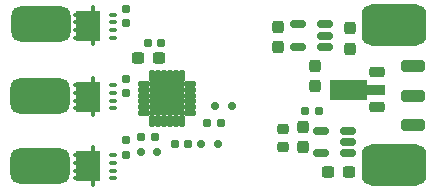
<source format=gbr>
%TF.GenerationSoftware,KiCad,Pcbnew,8.0.8*%
%TF.CreationDate,2025-04-24T20:57:55+02:00*%
%TF.ProjectId,ESC_PCB,4553435f-5043-4422-9e6b-696361645f70,rev?*%
%TF.SameCoordinates,Original*%
%TF.FileFunction,Soldermask,Top*%
%TF.FilePolarity,Negative*%
%FSLAX46Y46*%
G04 Gerber Fmt 4.6, Leading zero omitted, Abs format (unit mm)*
G04 Created by KiCad (PCBNEW 8.0.8) date 2025-04-24 20:57:55*
%MOMM*%
%LPD*%
G01*
G04 APERTURE LIST*
G04 Aperture macros list*
%AMRoundRect*
0 Rectangle with rounded corners*
0 $1 Rounding radius*
0 $2 $3 $4 $5 $6 $7 $8 $9 X,Y pos of 4 corners*
0 Add a 4 corners polygon primitive as box body*
4,1,4,$2,$3,$4,$5,$6,$7,$8,$9,$2,$3,0*
0 Add four circle primitives for the rounded corners*
1,1,$1+$1,$2,$3*
1,1,$1+$1,$4,$5*
1,1,$1+$1,$6,$7*
1,1,$1+$1,$8,$9*
0 Add four rect primitives between the rounded corners*
20,1,$1+$1,$2,$3,$4,$5,0*
20,1,$1+$1,$4,$5,$6,$7,0*
20,1,$1+$1,$6,$7,$8,$9,0*
20,1,$1+$1,$8,$9,$2,$3,0*%
%AMOutline4P*
0 Free polygon, 4 corners , with rotation*
0 The origin of the aperture is its center*
0 number of corners: always 4*
0 $1 to $8 corner X, Y*
0 $9 Rotation angle, in degrees counterclockwise*
0 create outline with 4 corners*
4,1,4,$1,$2,$3,$4,$5,$6,$7,$8,$1,$2,$9*%
%AMFreePoly0*
4,1,9,3.862500,-0.866500,0.737500,-0.866500,0.737500,-0.450000,-0.737500,-0.450000,-0.737500,0.450000,0.737500,0.450000,0.737500,0.866500,3.862500,0.866500,3.862500,-0.866500,3.862500,-0.866500,$1*%
G04 Aperture macros list end*
%ADD10RoundRect,0.750000X1.750000X-0.750000X1.750000X0.750000X-1.750000X0.750000X-1.750000X-0.750000X0*%
%ADD11RoundRect,0.160000X-0.197500X-0.160000X0.197500X-0.160000X0.197500X0.160000X-0.197500X0.160000X0*%
%ADD12RoundRect,0.150000X0.150000X0.200000X-0.150000X0.200000X-0.150000X-0.200000X0.150000X-0.200000X0*%
%ADD13RoundRect,0.875000X1.875000X-0.875000X1.875000X0.875000X-1.875000X0.875000X-1.875000X-0.875000X0*%
%ADD14RoundRect,0.080000X-0.420000X-0.080000X0.420000X-0.080000X0.420000X0.080000X-0.420000X0.080000X0*%
%ADD15Outline4P,-1.245000X-1.050000X1.245000X-1.050000X1.245000X1.050000X-1.245000X1.050000X90.000000*%
%ADD16RoundRect,0.080000X0.080000X-0.220000X0.080000X0.220000X-0.080000X0.220000X-0.080000X-0.220000X0*%
%ADD17RoundRect,0.080000X-0.220000X-0.080000X0.220000X-0.080000X0.220000X0.080000X-0.220000X0.080000X0*%
%ADD18RoundRect,0.155000X0.212500X0.155000X-0.212500X0.155000X-0.212500X-0.155000X0.212500X-0.155000X0*%
%ADD19RoundRect,0.150000X0.512500X0.150000X-0.512500X0.150000X-0.512500X-0.150000X0.512500X-0.150000X0*%
%ADD20RoundRect,0.237500X-0.237500X0.300000X-0.237500X-0.300000X0.237500X-0.300000X0.237500X0.300000X0*%
%ADD21RoundRect,0.250000X0.750000X-0.250000X0.750000X0.250000X-0.750000X0.250000X-0.750000X-0.250000X0*%
%ADD22RoundRect,0.225000X0.425000X0.225000X-0.425000X0.225000X-0.425000X-0.225000X0.425000X-0.225000X0*%
%ADD23FreePoly0,180.000000*%
%ADD24RoundRect,0.237500X0.300000X0.237500X-0.300000X0.237500X-0.300000X-0.237500X0.300000X-0.237500X0*%
%ADD25RoundRect,0.218750X-0.256250X0.218750X-0.256250X-0.218750X0.256250X-0.218750X0.256250X0.218750X0*%
%ADD26RoundRect,0.237500X0.237500X-0.300000X0.237500X0.300000X-0.237500X0.300000X-0.237500X-0.300000X0*%
%ADD27RoundRect,0.160000X-0.160000X0.197500X-0.160000X-0.197500X0.160000X-0.197500X0.160000X0.197500X0*%
%ADD28RoundRect,0.160000X0.160000X-0.197500X0.160000X0.197500X-0.160000X0.197500X-0.160000X-0.197500X0*%
%ADD29RoundRect,0.118500X-0.118500X0.398500X-0.118500X-0.398500X0.118500X-0.398500X0.118500X0.398500X0*%
%ADD30RoundRect,0.118500X-0.398500X0.118500X-0.398500X-0.118500X0.398500X-0.118500X0.398500X0.118500X0*%
%ADD31RoundRect,0.102000X-1.350000X1.350000X-1.350000X-1.350000X1.350000X-1.350000X1.350000X1.350000X0*%
%ADD32RoundRect,0.750000X-1.750000X0.750000X-1.750000X-0.750000X1.750000X-0.750000X1.750000X0.750000X0*%
G04 APERTURE END LIST*
D10*
%TO.C,TP9*%
X74050000Y-45950000D03*
%TD*%
D11*
%TO.C,R11*%
X96352500Y-53320000D03*
X97547500Y-53320000D03*
%TD*%
D12*
%TO.C,D2*%
X87600000Y-56100000D03*
X89000000Y-56100000D03*
%TD*%
D13*
%TO.C,J2*%
X103950000Y-46050000D03*
%TD*%
D14*
%TO.C,Q5*%
X77250000Y-51150000D03*
X77250000Y-51800000D03*
X77250000Y-52450000D03*
X77250000Y-53100000D03*
D15*
X78050000Y-52100000D03*
D16*
X78400000Y-50650000D03*
X78400000Y-53500000D03*
D17*
X80100000Y-51150000D03*
X80100000Y-51800000D03*
X80100000Y-52450000D03*
X80100000Y-53100000D03*
%TD*%
D18*
%TO.C,C11*%
X83667500Y-55500000D03*
X82532500Y-55500000D03*
%TD*%
%TO.C,C9*%
X89267500Y-54300000D03*
X88132500Y-54300000D03*
%TD*%
D19*
%TO.C,U2*%
X98102499Y-47880000D03*
X98102499Y-46930000D03*
X98102499Y-45980000D03*
X95827499Y-45980000D03*
X95827499Y-47880000D03*
%TD*%
D20*
%TO.C,C3*%
X94084999Y-46170000D03*
X94084999Y-47895000D03*
%TD*%
D13*
%TO.C,J3*%
X103950000Y-57900000D03*
%TD*%
D21*
%TO.C,TP5*%
X105500000Y-54500000D03*
%TD*%
D22*
%TO.C,U4*%
X102450000Y-53000000D03*
D23*
X102362500Y-51500000D03*
D22*
X102450000Y-50000000D03*
%TD*%
D12*
%TO.C,D1*%
X88800000Y-52900000D03*
X90200000Y-52900000D03*
%TD*%
D24*
%TO.C,C8*%
X84015000Y-48810000D03*
X82290000Y-48810000D03*
%TD*%
D25*
%TO.C,D4*%
X94560000Y-54805000D03*
X94560000Y-56380000D03*
%TD*%
D26*
%TO.C,C4*%
X96250000Y-56362500D03*
X96250000Y-54637500D03*
%TD*%
D10*
%TO.C,TP11*%
X73950000Y-57950000D03*
%TD*%
D14*
%TO.C,Q4*%
X77250000Y-57050000D03*
X77250000Y-57700000D03*
X77250000Y-58350000D03*
X77250000Y-59000000D03*
D15*
X78050000Y-58000000D03*
D16*
X78400000Y-56550000D03*
X78400000Y-59400000D03*
D17*
X80100000Y-57050000D03*
X80100000Y-57700000D03*
X80100000Y-58350000D03*
X80100000Y-59000000D03*
%TD*%
D18*
%TO.C,C12*%
X84217500Y-47540000D03*
X83082500Y-47540000D03*
%TD*%
D20*
%TO.C,C2*%
X100230000Y-46300000D03*
X100230000Y-48025000D03*
%TD*%
D18*
%TO.C,C10*%
X86500000Y-56100000D03*
X85365000Y-56100000D03*
%TD*%
D24*
%TO.C,C23*%
X100075000Y-58480000D03*
X98350000Y-58480000D03*
%TD*%
D27*
%TO.C,R17*%
X81200000Y-55802500D03*
X81200000Y-56997500D03*
%TD*%
D28*
%TO.C,R15*%
X81200000Y-45897500D03*
X81200000Y-44702500D03*
%TD*%
D14*
%TO.C,Q6*%
X77250000Y-45150000D03*
X77250000Y-45800000D03*
X77250000Y-46450000D03*
X77250000Y-47100000D03*
D15*
X78050000Y-46100000D03*
D16*
X78400000Y-44650000D03*
X78400000Y-47500000D03*
D17*
X80100000Y-45150000D03*
X80100000Y-45800000D03*
X80100000Y-46450000D03*
X80100000Y-47100000D03*
%TD*%
D19*
%TO.C,U3*%
X100000000Y-56900000D03*
X100000000Y-55950000D03*
X100000000Y-55000000D03*
X97725000Y-55000000D03*
X97725000Y-56900000D03*
%TD*%
D29*
%TO.C,U6*%
X85940000Y-50310000D03*
X85440000Y-50310000D03*
X84940000Y-50310000D03*
X84440000Y-50310000D03*
X83940000Y-50310000D03*
X83440000Y-50310000D03*
D30*
X82750000Y-51000000D03*
X82750000Y-51500000D03*
X82750000Y-52000000D03*
X82750000Y-52500000D03*
X82750000Y-53000000D03*
X82750000Y-53500000D03*
D29*
X83440000Y-54190000D03*
X83940000Y-54190000D03*
X84440000Y-54190000D03*
X84940000Y-54190000D03*
X85440000Y-54190000D03*
X85940000Y-54190000D03*
D30*
X86630000Y-53500000D03*
X86630000Y-53000000D03*
X86630000Y-52500000D03*
X86630000Y-52000000D03*
X86630000Y-51500000D03*
X86630000Y-51000000D03*
D31*
X84690000Y-52250000D03*
%TD*%
D21*
%TO.C,TP7*%
X105500000Y-49500000D03*
%TD*%
D32*
%TO.C,TP10*%
X73950000Y-52050000D03*
%TD*%
D28*
%TO.C,R13*%
X81200000Y-51797500D03*
X81200000Y-50602500D03*
%TD*%
D12*
%TO.C,D3*%
X82500000Y-56800000D03*
X83900000Y-56800000D03*
%TD*%
D21*
%TO.C,TP6*%
X105500000Y-52000000D03*
%TD*%
D20*
%TO.C,C1*%
X97280000Y-49460000D03*
X97280000Y-51185000D03*
%TD*%
M02*

</source>
